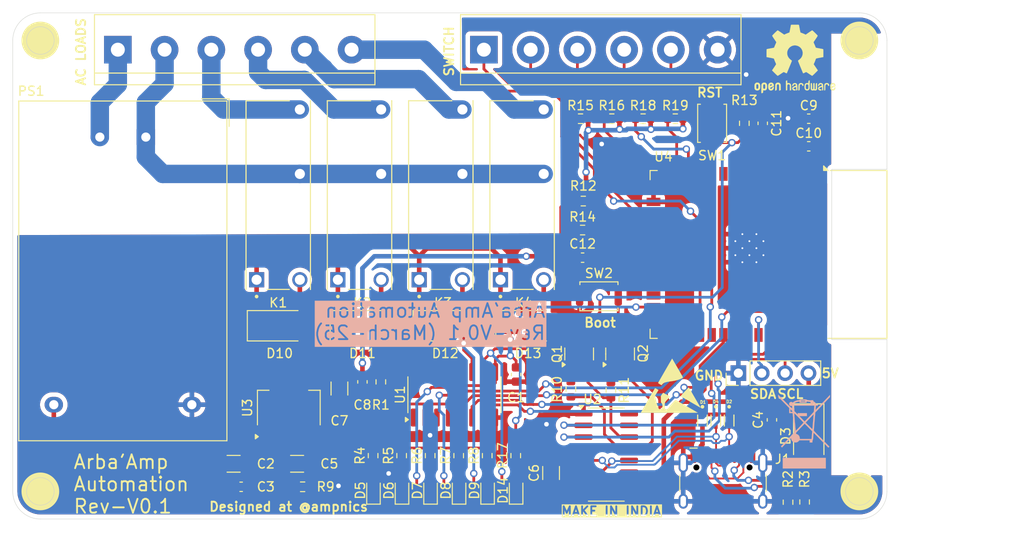
<source format=kicad_pcb>
(kicad_pcb (version 20241229) (generator "pcbnew") (generator_version "9.0")
  (layers (0 "F.Cu" signal) (2 "B.Cu" signal) (13 "F.Paste" user) (15 "B.Paste" user) (5 "F.SilkS" user "F.Silkscreen") (7 "B.SilkS" user "B.Silkscreen") (1 "F.Mask" user) (3 "B.Mask" user) (25 "Edge.Cuts" user))
  (net 0 "")
  (net 1 "GND")
  (net 2 "RELAY_5V")
  (net 3 "+5V")
  (net 4 "Net-(U3-VI)")
  (net 5 "Net-(U2-V3)")
  (net 6 "+3V3")
  (net 7 "ESP_3V3")
  (net 8 "EN")
  (net 9 "IO0")
  (net 10 "VBUS")
  (net 11 "D+")
  (net 12 "D-")
  (net 13 "Net-(D5-A)")
  (net 14 "Net-(D6-A)")
  (net 15 "RELAY_1")
  (net 16 "RELAY_2")
  (net 17 "Net-(D7-A)")
  (net 18 "RELAY_3")
  (net 19 "Net-(D8-A)")
  (net 20 "RELAY_4")
  (net 21 "Net-(D9-A)")
  (net 22 "Net-(D14-A)")
  (net 24 "Net-(J1-CC1)")
  (net 26 "Net-(J1-CC2)")
  (net 27 "Net-(J2-Pin_5)")
  (net 28 "Net-(J2-Pin_4)")
  (net 29 "Net-(J2-Pin_3)")
  (net 30 "N")
  (net 31 "Net-(J2-Pin_6)")
  (net 32 "P")
  (net 33 "SWITCH_1{slash}IO13")
  (net 34 "EXTRA{slash}IO17")
  (net 35 "SWITCH_2{slash}IO12")
  (net 36 "SWITCH_4{slash}IO14")
  (net 37 "SWITCH_3{slash}IO27")
  (net 38 "SCL")
  (net 39 "SDA")
  (net 40 "Net-(Q1-B)")
  (net 41 "RTS")
  (net 42 "DTR")
  (net 43 "Net-(Q2-B)")
  (net 44 "+3.3V")
  (net 45 "LED{slash}IO2")
  (net 46 "SIG_2{slash}IO23")
  (net 48 "SIG_3{slash}IO19")
  (net 51 "SIG_4{slash}IO18")
  (net 52 "SIG_1{slash}IO25")
  (net 57 "RXD")
  (net 64 "TXD")
  (footprint "Resistor_SMD:R_0603_1608Metric" (layer "F.Cu") (at 129.16 132.6125 90)
    (property "Reference" "R4")
    (property "Value" "2K2")
  )
  (footprint "LED_SMD:LED_0603_1608Metric" (layer "F.Cu") (at 141.6 136.4 90)
    (property "Reference" "D9")
    (property "Value" "LED")
  )
  (footprint "HF46F_005-HS1:RELAY_HF46F_005-HS1" (layer "F.Cu") (at 136.516667 104.3 90)
    (property "Reference" "K3")
    (property "Value" "HF46F_005-HS1")
  )
  (footprint "Package_TO_SOT_SMD:SOT-23" (layer "F.Cu") (at 151.55 121.5625 90)
    (property "Reference" "Q1")
    (property "Value" "SS8050")
  )
  (footprint "TerminalBlock:TerminalBlock_bornier-6_P5.08mm" (layer "F.Cu") (at 101.42 88.5)
    (property "Reference" "J2" (hide yes))
    (property "Value" "Screw_Terminal_01x06")
  )
  (footprint "Diode_SMD:D_SMA" (layer "F.Cu") (at 146 118.5)
    (property "Reference" "D13")
    (property "Value" "SS34")
  )
  (footprint "Resistor_SMD:R_0603_1608Metric" (layer "F.Cu") (at 121.5 136)
    (property "Reference" "R9")
    (property "Value" "0E")
  )
  (footprint "Capacitor_SMD:C_0603_1608Metric" (layer "F.Cu") (at 172.5 128.725 -90)
    (property "Reference" "C4")
    (property "Value" "10uF/25V")
  )
  (footprint "Diode_SMD:D_SMA" (layer "F.Cu") (at 137 118.5)
    (property "Reference" "D12")
    (property "Value" "SS34")
  )
  (footprint "LED_SMD:LED_0603_1608Metric" (layer "F.Cu") (at 129.2 136.4 90)
    (property "Reference" "D5")
    (property "Value" "LED")
  )
  (footprint "Capacitor_SMD:C_0603_1608Metric" (layer "F.Cu") (at 176.5 99)
    (property "Reference" "C10")
    (property "Value" "0.1uf")
  )
  (footprint "LED_SMD:LED_0603_1608Metric" (layer "F.Cu") (at 144.7 136.4 90)
    (property "Reference" "D14")
    (property "Value" "LED")
  )
  (footprint "Button_Switch_SMD:SW_Push_SPST_NO_Alps_SKRK" (layer "F.Cu") (at 153.7 115.3)
    (property "Reference" "SW2")
    (property "Value" "SW_Push")
  )
  (footprint "Resistor_SMD:R_0603_1608Metric" (layer "F.Cu") (at 130 124.6 90)
    (property "Reference" "R1")
    (property "Value" "0E")
  )
  (footprint "Capacitor_SMD:C_1206_3216Metric" (layer "F.Cu") (at 120.9 133.5 180)
    (property "Reference" "C5")
    (property "Value" "10uF")
  )
  (footprint "LESD5D5.0CT1G:TVS_LESD5D5.0CT1G" (layer "F.Cu") (at 166.4 128.8 -90)
    (property "Reference" "D4")
    (property "Value" "LESD5D5.0CT1G")
  )
  (footprint "Button_Switch_SMD:SW_Push_SPST_NO_Alps_SKRK" (layer "F.Cu") (at 166 96.5 -90)
    (property "Reference" "SW1")
    (property "Value" "SW_Push")
  )
  (footprint "LED_SMD:LED_0603_1608Metric" (layer "F.Cu") (at 135.4 136.4 90)
    (property "Reference" "D7")
    (property "Value" "LED")
  )
  (footprint "Capacitor_SMD:C_1206_3216Metric" (layer "F.Cu") (at 148.5 134.5 90)
    (property "Reference" "C6")
    (property "Value" "10nf")
  )
  (footprint "Connector_USB:USB_C_Receptacle_HCTL_HC-TYPE-C-16P-01A" (layer "F.Cu") (at 167.18 136.5)
    (property "Reference" "J1")
    (property "Value" "USB_C_Receptacle_USB2.0_16P")
  )
  (footprint "Resistor_SMD:R_0603_1608Metric" (layer "F.Cu") (at 158.5 96)
    (property "Reference" "R18")
    (property "Value" "10K")
  )
  (footprint "LED_SMD:LED_0603_1608Metric" (layer "F.Cu") (at 132.3 136.4 90)
    (property "Reference" "D6")
    (property "Value" "LED")
  )
  (footprint "Resistor_SMD:R_0603_1608Metric" (layer "F.Cu") (at 141.56 132.6125 90)
    (property "Reference" "R8")
    (property "Value" "2K2")
  )
  (footprint "Capacitor_SMD:C_0603_1608Metric" (layer "F.Cu") (at 144.7 123.8 -90)
    (property "Reference" "C1")
    (property "Value" "0.1uF")
  )
  (footprint "Resistor_SMD:R_0603_1608Metric" (layer "F.Cu") (at 176.05 137.65 -90)
    (property "Reference" "R3")
    (property "Value" "5.1K")
  )
  (footprint "Capacitor_SMD:C_1206_3216Metric" (layer "F.Cu") (at 114 133.5)
    (property "Reference" "C2")
    (property "Value" "10uF")
  )
  (footprint "Converter_ACDC:Converter_ACDC_Hi-Link_HLK-PMxx" (layer "F.Cu") (at 104.4625 97.9975 -90)
    (property "Reference" "PS1")
    (property "Value" "HLK-PM01")
  )
  (footprint "Capacitor_SMD:C_0603_1608Metric" (layer "F.Cu") (at 128 124.6 -90)
    (property "Reference" "C8")
    (property "Value" "0.1uF")
  )
  (footprint "LESD5D5.0CT1G:TVS_LESD5D5.0CT1G" (layer "F.Cu") (at 167.85 128.8 -90)
    (property "Reference" "D2")
    (property "Value" "LESD5D5.0CT1G")
  )
  (footprint "LESD5D5.0CT1G:TVS_LESD5D5.0CT1G" (layer "F.Cu") (at 164.95 128.8 -90)
    (property "Reference" "D1")
    (property "Value" "LESD5D5.0CT1G")
  )
  (footprint "Package_SO:SOIC-16_3.9x9.9mm_P1.27mm" (layer "F.Cu") (at 154.5 132.5)
    (property "Reference" "U2")
    (property "Value" "CH340C")
  )
  (footprint "Capacitor_SMD:C_0603_1608Metric" (layer "F.Cu") (at 171.5 96.5 90)
    (property "Reference" "C11")
    (property "Value" "0.1uf")
  )
  (footprint "Symbol:ESD-Logo_6.6x6mm_SilkScreen" (layer "F.Cu") (at 161.5 125)
    (property "Reference" "REF**" (hide yes))
    (property "Value" "ESD-Logo_6.6x6mm_SilkScreen" (hide yes))
  )
  (footprint "Resistor_SMD:R_0603_1608Metric" (layer "F.Cu") (at 152 104.95)
    (property "Reference" "R12")
    (property "Value" "0E")
  )
  (footprint "Resistor_SMD:R_0603_1608Metric" (layer "F.Cu") (at 138.46 132.6125 90)
    (property "Reference" "R7")
    (property "Value" "2K2")
  )
  (footprint "Resistor_SMD:R_0603_1608Metric" (layer "F.Cu") (at 155.1 96)
    (property "Reference" "R16")
    (property "Value" "10K")
  )
  (footprint "Capacitor_SMD:C_0603_1608Metric" (layer "F.Cu") (at 176.5 96)
    (property "Reference" "C9")
    (property "Value" "0.1uf")
  )
  (footprint "Capacitor_SMD:C_1206_3216Metric" (layer "F.Cu") (at 125.5 125.32 -90)
    (property "Reference" "C7")
    (property "Value" "10uF")
  )
  (footprint "Connector_PinHeader_2.54mm:PinHeader_1x04_P2.54mm_Vertical" (layer "F.Cu") (at 168.85 123.65 90)
    (property "Reference" "J4" (hide yes))
    (property "Value" "Conn_01x04_Pin")
  )
  (footprint "Resistor_SMD:R_0603_1608Metric" (layer "F.Cu") (at 135.36 132.6125 90)
    (property "Reference" "R6")
    (property "Value" "2K2")
  )
  (footprint "Resistor_SMD:R_0603_1608Metric" (layer "F.Cu") (at 150.65 125.4 -90)
    (property "Reference" "R10")
    (property "Value" "10k")
  )
  (footprint "Diode_SMD:D_SMA" (layer "F.Cu") (at 119 118.5)
    (property "Reference" "D10")
    (property "Value" "SS34")
  )
  (footprint "Package_TO_SOT_SMD:SOT-23" (layer "F.Cu") (at 156 121.5625 90)
    (property "Reference" "Q2")
    (property "Value" "SS8050")
  )
  (footprint "Capacitor_SMD:C_0603_1608Metric" (layer "F.Cu") (at 114.82 136)
    (property "Reference" "C3")
    (property "Value" "0.1uF")
  )
  (footprint "Resistor_SMD:R_0603_1608Metric" (layer "F.Cu") (at 144.66 132.6125 90)
    (property "Reference" "R17")
    (property "Value" "2K2")
  )
  (footprint "Resistor_SMD:R_0603_1608Metric" (layer "F.Cu") (at 151.7 96)
    (property "Reference" "R15")
    (property "Value" "10K")
  )
  (footprint "HF46F_005-HS1:RELAY_HF46F_005-HS1" (layer "F.Cu") (at 127.683333 104.3 90)
    (property "Reference" "K2")
    (property "Value" "HF46F_005-HS1")
  )
  (footprint "HF46F_005-HS1:RELAY_HF46F_005-HS1" (layer "F.Cu") (at 118.85 104.3 90)
    (property "Reference" "K1")
    (property "Value" "HF46F_005-HS1")
  )
  (footprint "Package_SO:SOIC-16_3.9x9.9mm_P1.27mm" (layer "F.Cu") (at 138 126 90)
    (property "Reference" "U1")
    (property "Value" "ULN2003A")
  )
  (footprint "LED_SMD:LED_0603_1608Metric" (layer "F.Cu") (at 138.5 136.4 90)
    (property "Reference" "D8")
    (property "Value" "LED")
  )
  (footprint "Capacitor_SMD:C_0603_1608Metric" (layer "F.Cu") (at 151.925 111.1 180)
    (property "Reference" "C12")
    (property "Value" "0.1uf")
  )
  (footprint "TerminalBlock:TerminalBlock_bornier-6_P5.08mm" (layer "F.Cu") (at 141.2 88.5)
    (property "Reference" "J3" (hide yes))
    (property "Value" "Screw_Terminal_01x06")
  )
  (footprint "Package_TO_SOT_SMD:SOT-223-3_TabPin2" (layer "F.Cu") (at 120 127.42 90)
    (property "Reference" "U3")
    (property "Value" "AMS1117-3.3")
  )
  (footprint "Resistor_SMD:R_0603_1608Metric" (layer "F.Cu") (at 151.925 108.1)
    (property "Reference" "R14")
    (property "Value" "10k")
  )
  (footprint "Diode_SMD:D_SMA" (layer "F.Cu") (at 176.5 130.5 -90)
    (property "Reference" "D3")
    (property "Value" "SS34")
  )
  (footprint "Resistor_SMD:R_0603_1608Metric" (layer "F.Cu") (at 132.26 132.6125 90)
    (property "Reference" "R5")
    (property "Value" "2K2")
  )
  (footprint "HF46F_005-HS1:RELAY_HF46F_005-HS1" (layer "F.Cu") (at 145.35 104.3 90)
    (property "Reference" "K4")
    (property "Value" "HF46F_005-HS1")
  )
  (footprint "RF_Module:ESP32-WROOM-32" (layer "F.Cu") (at 169.14 110.75 -90)
    (property "Reference" "U4")
    (property "Value" "ESP32-WROOM-32")
  )
  (footprint "Symbol:OSHW-Logo2_9.8x8mm_SilkScreen" (layer "F.Cu") (at 175 89.5)
    (property "Reference" "REF**" (hide yes))
    (property "Value" "OSHW-Logo2_9.8x8mm_SilkScreen" (hide yes))
  )
  (footprint "Resistor_SMD:R_0603_1608Metric" (layer "F.Cu") (at 169.5 96.5 -90)
    (property "Reference" "R13")
    (property "Value" "10K")
  )
  (footprint "Resistor_SMD:R_0603_1608Metric" (layer "F.Cu") (at 162 96)
    (property "Reference" "R19")
    (property "Value" "10K")
  )
  (footprint "Resistor_SMD:R_0603_1608Metric" (layer "F.Cu") (at 174.25 137.675 -90)
    (property "Reference" "R2")
    (property "Value" "5.1K")
  )
  (footprint "Diode_SMD:D_SMA" (layer "F.Cu") (at 128 118.5)
    (property "Reference" "D11")
    (property "Value" "SS34")
  )
  (footprint "Resistor_SMD:R_0603_1608Metric" (layer "F.Cu") (at 155 125.5 -90)
    (property "Reference" "R11")
    (property "Value" "10k")
  )
  (footprint "Symbol:WEEE-Logo_5.6x8mm_SilkScreen" (layer "B.Cu") (at 176 130 180)
    (property "Reference" "REF**" (hide yes))
    (property "Value" "WEEE-Logo_5.6x8mm_SilkScreen" (hide yes))
  )
  (gr_circle (center 93 136.5) (end 95 136.5) (stroke (width 0.1)) (fill yes) (layer "F.SilkS"))
  (gr_circle (center 182 87.5) (end 184 87.5) (stroke (width 0.1)) (fill yes) (layer "F.SilkS"))
  (gr_circle (center 182 136.5) (end 184 136.5) (stroke (width 0.1)) (fill yes) (layer "F.SilkS"))
  (gr_circle (center 93 87.5) (end 95 87.5) (stroke (width 0.1)) (fill yes) (layer "F.SilkS"))
  (gr_line (start 93 139.5) (end 182 139.5) (stroke (width 0.05)) (layer "Edge.Cuts"))
  (gr_arc (start 185 136.5) (mid 184.12132 138.62132) (end 182 139.5) (stroke (width 0.05)) (layer "Edge.Cuts"))
  (gr_arc (start 182 84.5) (mid 184.12132 85.37868) (end 185 87.5) (stroke (width 0.05)) (layer "Edge.Cuts"))
  (gr_arc (start 90 87.5) (mid 90.87868 85.37868) (end 93 84.5) (stroke (width 0.05)) (layer "Edge.Cuts"))
  (gr_line (start 185 87.5) (end 185 101.5) (stroke (width 0.05)) (layer "Edge.Cuts"))
  (gr_line (start 93 84.5) (end 182 84.5) (stroke (width 0.05)) (layer "Edge.Cuts"))
  (gr_circle (center 93 136.5) (end 94.5 136.5) (stroke (width 0.05)) (fill no) (layer "Edge.Cuts"))
  (gr_arc (start 93 139.5) (mid 90.87868 138.62132) (end 90 136.5) (stroke (width 0.05)) (layer "Edge.Cuts"))
  (gr_circle (center 182 87.5) (end 183.5 87.5) (stroke (width 0.05)) (fill no) (layer "Edge.Cuts"))
  (gr_line (start 185 101.5) (end 179 101.5) (stroke (width 0.05)) (layer "Edge.Cuts"))
  (gr_line (start 185 120) (end 185 136.5) (stroke (width 0.05)) (layer "Edge.Cuts"))
  (gr_circle (center 93 87.5) (end 94.5 87.5) (stroke (width 0.05)) (fill no) (layer "Edge.Cuts"))
  (gr_circle (center 182 136.5) (end 183.5 136.5) (stroke (width 0.05)) (fill no) (layer "Edge.Cuts"))
  (gr_line (start 90 87.5) (end 90 136.5) (stroke (width 0.05)) (layer "Edge.Cuts"))
  (gr_line (start 179 101.5) (end 179 120) (stroke (width 0.05)) (layer "Edge.Cuts"))
  (gr_line (start 179 120) (end 185 120) (stroke (width 0.05)) (layer "Edge.Cuts"))
  (gr_text "AC LOADS" (at 98 92.5 90) (layer "F.SilkS") (effects (font (size 1 1) (thickness 0.2) (bold yes)) (justify left bottom)))
  (gr_text "MAKE IN INDIA" (at 149.5 139.25 0) (layer "F.SilkS" knockout) (effects (font (size 1 1) (thickness 0.2) (bold yes)) (justify left bottom)))
  (gr_text "SDA\n" (at 170 126.5 0) (layer "F.SilkS") (effects (font (size 1 1) (thickness 0.2) (bold yes)) (justify left bottom)))
  (gr_text "SCL" (at 173 126.5 0) (layer "F.SilkS") (effects (font (size 1 1) (thickness 0.2) (bold yes)) (justify left bottom)))
  (gr_text "Designed at @ampnics" (at 111.25 138.75 0) (layer "F.SilkS") (effects (font (size 1 1) (thickness 0.2) (bold yes)) (justify left bottom)))
  (gr_text "RST" (at 164.25 93.75 0) (layer "F.SilkS") (effects (font (size 1 1) (thickness 0.2) (bold yes)) (justify left bottom)))
  (gr_text "GND\n" (at 164 124.5 0) (layer "F.SilkS") (effects (font (size 1 1) (thickness 0.2) (bold yes)) (justify left bottom)))
  (gr_text "5V" (at 177.8 124.25 0) (layer "F.SilkS") (effects (font (size 1 1) (thickness 0.2) (bold yes)) (justify left bottom)))
  (gr_text "Arba'Amp\nAutomation \nRev-V0.1" (at 96.5 139 0) (layer "F.SilkS") (effects (font (size 1.5 1.5) (thickness 0.2) (bold yes)) (justify left bottom)))
  (gr_text "SWITCH" (at 138 91.5 90) (layer "F.SilkS") (effects (font (size 1 1) (thickness 0.2) (bold yes)) (justify left bottom)))
  (gr_text "Boot\n" (at 152 118.75 0) (layer "F.SilkS") (effects (font (size 1 1) (thickness 0.2) (bold yes)) (justify left bottom)))
  (gr_text "Arba'Amp Automation \nRev-V0.1 (March-25)" (at 148 120.15 0) (layer "B.SilkS" knockout) (effects (font (size 1.5 1.5) (thickness 0.2) (bold yes)) (justify left bottom mirror)))
  (via (at 125.4 135.9) (size 0.8) (drill 0.5) (layers "F.Cu" "B.Cu") (net 1))
  (via (at 174.25 95.95) (size 0.8) (drill 0.5) (layers "F.Cu" "B.Cu") (net 1))
  (via (at 130.85 134.55) (size 0.8) (drill 0.5) (layers "F.Cu" "B.Cu") (net 1))
  (via (at 154 98.75) (size 0.8) (drill 0.5) (layers "F.Cu" "B.Cu") (net 1))
  (via (at 169.7 91.2) (size 0.8) (drill 0.5) (layers "F.Cu" "B.Cu") (net 1))
  (via (at 135.35 130.4) (size 0.8) (drill 0.5) (layers "F.Cu" "B.Cu") (net 1))
  (via (at 148 129.2) (size 0.8) (drill 0.5) (layers "F.Cu" "B.Cu") (net 1))
  (segment (start 125.333333 113.5) (end 125.333333 115.733333) (width 0.5) (layer "F.Cu") (net 2))
  (segment (start 144.075 121.75) (end 144.15 121.75) (width 0.3) (layer "F.Cu") (net 2))
  (segment (start 142.8 121.8) (end 142.445 122.155) (width 0.3) (layer "F.Cu") (net 2))
  (segment (start 142 110.1) (end 135 110.1) (width 0.5) (layer "F.Cu") (net 2))
  (segment (start 116.5 113.5) (end 116.5 115.6) (width 0.5) (layer "F.Cu") (net 2))
  (segment (start 116.5 115.6) (end 117 116.1) (width 0.5) (layer "F.Cu") (net 2))
  (segment (start 117 116.1) (end 117 118.5) (width 0.5) (layer "F.Cu") (net 2))
  (segment (start 126.5 109.9) (end 133.133334 109.9) (width 0.5) (layer "F.Cu") (net 2))
  (segment (start 142.445 124.705) (end 142.445 123.525) (width 0.3) (layer "F.Cu") (net 2))
  (segment (start 134.166667 115.666667) (end 135 116.5) (width 0.5) (layer "F.Cu") (net 2))
  (segment (start 126 116.4) (end 126 118.5) (width 0.5) (layer "F.Cu") (net 2))
  (segment (start 137.15 127) (end 139.15 125) (width 0.3) (layer "F.Cu") (net 2))
  (segment (start 139.15 125) (end 142.15 125) (width 0.3) (layer "F.Cu") (net 2))
  (segment (start 125.333333 113.5) (end 125.333333 111.066667) (width 0.5) (layer "F.Cu") (net 2))
  (segment (start 132.26 131.7875) (end 132.26 127.49) (width 0.3) (layer "F.Cu") (net 2))
  (segment (start 132.26 127.49) (end 132.75 127) (width 0.3) (layer "F.Cu") (net 2))
  (segment (start 130 123.775) (end 130.825 123.775) (width 0.5) (layer "F.Cu") (net 2))
  (segment (start 130.825 123.775) (end 131.8 124.75) (width 0.5) (layer "F.Cu") (net 2))
  (segment (start 144.7 122.3) (end 144.7 123.025) (width 0.3) (layer "F.Cu") (net 2))
  (segment (start 135 110.1) (end 134.166667 110.933333) (width 0.5) (layer "F.Cu") (net 2))
  (segment (start 142.445 122.155) (end 142.445 123.525) (width 0.3) (layer "F.Cu") (net 2))
  (segment (start 132.75 127) (end 137.15 127) (width 0.3) (layer "F.Cu") (net 2))
  (segment (start 117.6 109.9) (end 124.166666 109.9) (width 0.5) (layer "F.Cu") (net 2))
  (segment (start 143 115.6) (end 143 113.5) (width 0.5) (layer "F.Cu") (net 2))
  (segment (start 143 113.5) (end 143 111.1) (width 0.5) (layer "F.Cu") (net 2))
  (segment (start 134.166667 113.5) (end 134.166667 115.666667) (width 0.5) (layer "F.Cu") (net 2))
  (segment (start 142.15 125) (end 142.445 124.705) (width 0.3) (layer "F.Cu") (net 2))
  (segment (start 135 116.5) (end 135 118.5) (width 0.5) (layer "F.Cu") (net 2))
  (segment (start 144.025 121.8) (end 142.8 121.8) (width 0.3) (layer "F.Cu") (net 2))
  (segment (start 125.333333 111.066667) (end 126.5 109.9) (width 0.5) (layer "F.Cu") (net 2))
  (segment (start 133.133334 109.9) (end 134.166667 110.933333) (width 0.5) (layer "F.Cu") (net 2))
  (segment (start 116.5 111) (end 117.6 109.9) (width 0.5) (layer "F.Cu") (net 2))
  (segment (start 131.8 124.75) (end 131.8 127.03) (width 0.5) (layer "F.Cu") (net 2))
  (segment (start 143 111.1) (end 142 110.1) (width 0.5) (layer "F.Cu") (net 2))
  (segment (start 144.05 120) (end 144 119.95) (width 0.5) (layer "F.Cu") (net 2))
  (segment (start 124.166666 109.9) (end 125.333333 111.066667) (width 0.5) (layer "F.Cu") (net 2))
  (segment (start 144.15 121.75) (end 144.7 122.3) (width 0.3) (layer "F.Cu") (net 2))
  (segment (start 144 116.6) (end 143 115.6) (width 0.5) (layer "F.Cu") (net 2))
  (segment (start 144 119.95) (end 144 116.6) (width 0.5) (layer "F.Cu") (net 2))
  (segment (start 132.26 131.7875) (end 141.56 131.7875) (width 0.3) (layer "F.Cu") (net 2))
  (segment (start 116.5 113.5) (end 116.5 111) (width 0.5) (layer "F.Cu") (net 2))
  (segment (start 144.075 121.75) (end 144.025 121.8) (width 0.3) (layer "F.Cu") (net 2))
  (segment (start 134.166667 110.933333) (end 134.166667 113.5) (width 0.5) (layer "F.Cu") (net 2))
  (segment (start 125.333333 115.733333) (end 126 116.4) (width 0.5) (layer "F.Cu") (net 2))
  (segment (start 131.8 127.03) (end 132.26 127.49) (width 0.5) (layer "F.Cu") (net 2))
  (via (at 144.075 121.75) (size 0.8) (drill 0.5) (layers "F.Cu" "B.Cu") (net 2))
  (via (at 144.05 120) (size 0.8) (drill 0.5) (layers "F.Cu" "B.Cu") (net 2))
  (segment (start 144.075 121.75) (end 144.075 121.675) (width 0.5) (layer "B.Cu") (net 2))
  (segment (start 144.05 121.65) (end 144.05 120) (width 0.5) (layer "B.Cu") (net 2))
  (segment (start 144.075 121.675) (end 144.05 121.65) (width 0.5) (layer "B.Cu") (net 2))
  (segment (start 128.35 138.55) (end 126.7 136.9) (width 0.5) (layer "F.Cu") (net 3))
  (segment (start 169.05 126.75) (end 162.7 126.75) (width 0.5) (layer "F.Cu") (net 3))
  (segment (start 172.5 127.95) (end 170.25 127.95) (width 0.5) (layer "F.Cu") (net 3))
  (segment (start 175.25 128.5) (end 176.5 128.5) (width 0.5) (layer "F.Cu") (net 3))
  (segment (start 126.7 136.9) (end 125.7 137.9) (width 0.5) (layer "F.Cu") (net 3))
  (segment (start 172.5 127.95) (end 174.7 127.95) (width 0.5) (layer "F.Cu") (net 3))
  (segment (start 94.4625 131.2625) (end 96.7 133.5) (width 0.5) (layer "F.Cu") (net 3))
  (segment (start 129.16 128.24) (end 130 127.4) (width 0.5) (layer "F.Cu") (net 3))
  (segment (start 160.75 128.7) (end 160.75 137.3) (width 0.5) (layer "F.Cu") (net 3))
  (segment (start 162.7 126.75) (end 160.75 128.7) (width 0.5) (layer "F.Cu") (net 3))
  (segment (start 112.525 135.525) (end 113 136) (width 0.5) (layer "F.Cu") (net 3))
  (segment (start 129.16 131.7875) (end 128.0125 131.7875) (width 0.5) (layer "F.Cu") (net 3))
  (segment (start 174.7 127.95) (end 175.25 128.5) (width 0.5) (layer "F.Cu") (net 3))
  (segment (start 130 127.4) (end 130 125.425) (width 0.5) (layer "F.Cu") (net 3))
  (segment (start 125.7 137.9) (end 121.3 137.9) (width 0.5) (layer "F.Cu") (net 3))
  (segment (start 113 136) (end 114.045 136) (width 0.5) (layer "F.Cu") (net 3))
  (segment (start 112.525 133.5) (end 112.525 135.525) (width 0.5) (layer "F.Cu") (net 3))
  (segment (start 129.16 131.7875) (end 129.16 128.24) (width 0.5) (layer "F.Cu") (net 3))
  (segment (start 120.15 137.8) (end 120.675 137.275) (width 0.5) (layer "F.Cu") (net 3))
  (segment (start 114.5 137.8) (end 120.15 137.8) (width 0.5) (layer "F.Cu") (net 3))
  (segment (start 120.675 137.275) (end 120.675 136) (width 0.5) (layer "F.Cu") (net 3))
  (segment (start 176.5 128.5) (end 176.5 123.68) (width 0.5) (layer "F.Cu") (net 3))
  (segment (start 94.4625 127.0775) (end 94.4625 131.2625) (width 0.5) (layer "F.Cu") (net 3))
  (segment (start 128.0125 131.7875) (end 126.7 133.1) (width 0.5) (layer "F.Cu") (net 3))
  (segment (start 96.7 133.5) (end 112.525 133.5) (width 0.5) (layer "F.Cu") (net 3))
  (segment (start 176.5 123.68) (end 176.47 123.65) (width 0.5) (layer "F.Cu") (net 3))
  (segment (start 114.045 137.345) (end 114.5 137.8) (width 0.5) (layer "F.Cu") (net 3))
  (segment (start 121.3 137.9) (end 120.675 137.275) (width 0.5) (layer "F.Cu") (net 3))
  (segment (start 114.045 136) (end 114.045 137.345) (width 0.5) (layer "F.Cu") (net 3))
  (segment (start 126.7 133.1) (end 126.7 136.9) (width 0.5) (layer "F.Cu") (net 3))
  (segment (start 160.75 137.3) (end 159.5 138.55) (width 0.5) (layer "F.Cu") (net 3))
  (segment (start 170.25 127.95) (end 169.05 126.75) (width 0.5) (layer "F.Cu") (net 3))
  (segment (start 159.5 138.55) (end 128.35 138.55) (width 0.5) (layer "F.Cu") (net 3))
  (segment (start 122.3 130.57) (end 122.3 133.425) (width 0.5) (layer "F.Cu") (net 4))
  (segment (start 122.325 133.55) (end 122.375 133.5) (width 0.5) (layer "F.Cu") (net 4))
  (segment (start 122.325 136) (end 122.325 133.55) (width 0.5) (layer "F.Cu") (net 4))
  (segment (start 122.3 133.425) (end 122.375 133.5) (width 0.5) (layer "F.Cu") (net 4))
  (segment (start 148.935 131.865) (end 148.5 132.3) (width 0.5) (layer "F.Cu") (net 5))
  (segment (start 152.025 131.865) (end 148.935 131.865) (width 0.5) (layer "F.Cu") (net 5))
  (segment (start 148.5 132.3) (end 148.5 133.025) (width 0.5) (layer "F.Cu") (net 5))
  (segment (start 122.87 124.27) (end 120 124.27) (width 0.5) (layer "F.Cu") (net 6))
  (segment (start 149.65 109.25) (end 149.65 109.8) (width 0.5) (layer "F.Cu") (net 6))
  (segment (start 123.255 123.845) (end 122.85 124.25) (width 0.5) (layer "F.Cu") (net 6))
  (segment (start 122.85 124.25) (end 122.87 124.27) (width 0.5) (layer "F.Cu") (net 6))
  (segment (start 120 130.57) (end 120 124.27) (width 0.5) (layer "F.Cu") (net 6))
  (segment (start 149.65 105.65) (end 149.65 109.25) (width 0.5) (layer "F.Cu") (net 6))
  (segment (start 149.85 105.45) (end 149.65 105.65) (width 0.5) (layer "F.Cu") (net 6))
  (segment (start 149.65 109.8) (end 148.7 110.75) (width 0.5) (layer "F.Cu") (net 6))
  (segment (start 148.5 110.95) (end 145.8 110.95) (width 0.5) (layer "F.Cu") (net 6))
  (segment (start 127.98 123.845) (end 128 123.825) (width 0.5) (layer "F.Cu") (net 6))
  (segment (start 148.7 110.75) (end 148.5 110.95) (width 0.5) (layer "F.Cu") (net 6))
  (segment (start 150.35 104.95) (end 149.85 105.45) (width 0.5) (layer "F.Cu") (net 6))
  (segment (start 128 123.825) (end 128 122.55) (width 0.5) (layer "F.Cu") (net 6))
  (segment (start 125.5 123.845) (end 123.255 123.845) (width 0.5) (layer "F.Cu") (net 6))
  (segment (start 151.175 104.95) (end 150.35 104.95) (width 0.5) (layer "F.Cu") (net 6))
  (segment (start 125.5 123.845) (end 127.98 123.845) (width 0.5) (layer "F.Cu") (net 6))
  (via (at 128 122.55) (size 0.8) (drill 0.5) (layers "F.Cu" "B.Cu") (net 6))
  (via (at 145.8 110.95) (size 0.8) (drill 0.5) (layers "F.Cu" "B.Cu") (net 6))
  (segment (start 129.3 110.95) (end 145.8 110.95) (width 0.5) (layer "B.Cu") (net 6))
  (segment (start 128 122.55) (end 128 112.25) (width 0.5) (layer "B.Cu") (net 6))
  (segment (start 128 112.25) (end 129.3 110.95) (width 0.5) (layer "B.Cu") (net 6))
  (segment (start 152.3 102.7) (end 152.3 101.8) (width 0.5) (layer "F.Cu") (net 7))
  (segment (start 159.325 97.125) (end 159.35 97.15) (width 0.5) (layer "F.Cu") (net 7))
  (segment (start 152.525 97.225) (end 152.55 97.25) (width 0.5) (layer "F.Cu") (net 7))
  (segment (start 155.925 97.125) (end 155.95 97.15) (width 0.5) (layer "F.Cu") (net 7))
  (segment (start 162.825 96) (end 162.825 97.1) (width 0.5) (layer "F.Cu") (net 7))
  (segment (start 151.1 107.05) (end 152.825 105.325) (width 0.5) (layer "F.Cu") (net 7))
  (segment (start 176.12 100.52) (end 175.725 100.125) (width 0.5) (layer "F.Cu") (net 7))
  (segment (start 168 96) (end 162.825 96) (width 0.5) (layer "F.Cu") (net 7))
  (segment (start 170 93.1) (end 169.5 93.6) (width 0.5) (layer "F.Cu") (net 7))
  (segment (start 169.5 93.6) (end 169.5 95.675) (width 0.5) (layer "F.Cu") (net 7))
  (segment (start 175.725 100.125) (end 175.725 99) (width 0.5) (layer "F.Cu") (net 7))
  (segment (start 175.725 96) (end 175.725 94.275) (width 0.5) (layer "F.Cu") (net 7))
  (segment (start 168.3 95.7) (end 168 96) (width 0.5) (layer "F.Cu") (net 7))
  (segment (start 174.55 93.1) (end 170 93.1) (width 0.5) (layer "F.Cu") (net 7))
  (segment (start 169.5 95.675) (end 169.475 95.7) (width 0.5) (layer "F.Cu") (net 7))
  (segment (start 151.1 108.1) (end 151.1 107.05) (width 0.5) (layer "F.Cu") (net 7))
  (segment (start 152.825 104.95) (end 152.825 103.225) (width 0.5) (layer "F.Cu") (net 7))
  (segment (start 152.5 102.9) (end 152.3 102.7) (width 0.5) (layer "F.Cu") (net 7))
  (segment (start 152.825 105.325) (end 152.825 104.95) (width 0.5) (layer "F.Cu") (net 7))
  (segment (start 175.725 94.275) (end 174.55 93.1) (width 0.5) (layer "F.Cu") (net 7))
  (segment (start 176.12 102) (end 176.12 100.52) (width 0.5) (layer "F.Cu") (net 7))
  (segment (start 152.825 103.225) (end 152.5 102.9) (width 0.5) (layer "F.Cu") (net 7))
  (segment (start 152.525 96) (end 152.525 97.225) (width 0.5) (layer "F.Cu") (net 7))
  (segment (start 175.725 96) (end 175.725 99) (width 0.5) (layer "F.Cu") (net 7))
  (segment (start 169.475 95.7) (end 168.3 95.7) (width 0.5) (layer "F.Cu") (net 7))
  (segment (start 159.35 97.15) (end 159.6 97.15) (width 0.3) (layer "F.Cu") (net 7))
  (segment (start 155.925 96) (end 155.925 97.125) (width 0.5) (layer "F.Cu") (net 7))
  (segment (start 159.325 96) (end 159.325 97.125) (width 0.5) (layer "F.Cu") (net 7))
  (via (at 162.825 97.1) (size 0.8) (drill 0.5) (layers "F.Cu" "B.Cu") (net 7))
  (via (at 152.3 101.8) (size 0.8) (drill 0.5) (layers "F.Cu" "B.Cu") (net 7))
  (via (at 155.95 97.15) (size 0.8) (drill 0.5) (layers "F.Cu" "B.Cu") (net 7))
  (via (at 152.55 97.25) (size 0.8) (drill 0.5) (layers "F.Cu" "B.Cu") (net 7))
  (via (at 159.35 97.15) (size 0.8) (drill 0.5) (layers "F.Cu" "B.Cu") (net 7))
  (segment (start 156.65 97.25) (end 156.801 97.099) (width 0.5) (layer "B.Cu") (net 7))
  (segment (start 155.5 97.25) (end 156.65 97.25) (width 0.5) (layer "B.Cu") (net 7))
  (segment (start 152.55 97.25) (end 155.5 97.25) (width 0.5) (layer "B.Cu") (net 7))
  (segment (start 152.3 101.8) (end 152.3 97.5) (width 0.5) (layer "B.Cu") (net 7))
  (segment (start 158.8 97.099) (end 162.824 97.099) (width 0.5) (layer "B.Cu") (net 7))
  (segment (start 152.3 97.5) (end 152.55 97.25) (width 0.5) (layer "B.Cu") (net 7))
  (segment (start 162.824 97.099) (end 162.825 97.1) (width 0.5) (layer "B.Cu") (net 7))
  (segment (start 159.299 97.099) (end 159.35 97.15) (width 0.5) (layer "B.Cu") (net 7))
  (segment (start 156.801 97.099) (end 158.8 97.099) (width 0.5) (layer "B.Cu") (net 7))
  (segment (start 155.85 97.25) (end 155.95 97.15) (width 0.5) (layer "B.Cu") (net 7))
  (segment (start 155.5 97.25) (end 155.85 97.25) (width 0.5) (layer "B.Cu") (net 7))
  (segment (start 158.8 97.099) (end 159.299 97.099) (width 0.5) (layer "B.Cu") (net 7))
  (segment (start 153.8 117.05) (end 153.8 115.4) (width 0.3) (layer "F.Cu") (net 8))
  (segment (start 169.5 97.9) (end 169.5 97.325) (width 0.3) (layer "F.Cu") (net 8))
  (segment (start 174.85 102) (end 174.85 100.5) (width 0.3) (layer "F.Cu") (net 8))
  (segment (start 172.675 97.325) (end 169.5 97.325) (width 0.3) (layer "F.Cu") (net 8))
  (segment (start 168.15 98.6) (end 168.8 98.6) (width 0.3) (layer "F.Cu") (net 8))
  (segment (start 151.55 120.625) (end 151.55 119.3) (width 0.3) (layer "F.Cu") (net 8))
  (segment (start 151.55 119.3) (end 152.15 118.7) (width 0.3) (layer "F.Cu") (net 8))
  (segment (start 173.7 98.35) (end 172.675 97.325) (width 0.3) (layer "F.Cu") (net 8))
  (segment (start 174.85 100.5) (end 173.7 99.35) (width 0.3) (layer "F.Cu") (net 8))
  (segment (start 152.15 118.7) (end 153.8 117.05) (width 0.3) (layer "F.Cu") (net 8))
  (segment (start 173.7 99.35) (end 173.7 98.35) (width 0.3) (layer "F.Cu") (net 8))
  (segment (start 166 98.6) (end 168.15 98.6) (width 0.3) (layer "F.Cu") (net 8))
  (segment (start 168.8 98.6) (end 169.5 97.9) (width 0.3) (layer "F.Cu") (net 8))
  (via (at 153.8 115.4) (size 0.8) (drill 0.5) (layers "F.Cu" "B.Cu") (net 8))
  (via (at 168.15 98.6) (size 0.8) (drill 0.5) (layers "F.Cu" "B.Cu") (net 8))
  (segment (start 166.05 115.4) (end 153.8 115.4) (width 0.3) (layer "B.Cu") (net 8))
  (segment (start 167.1 114.35) (end 166.05 115.4) (width 0.3) (layer "B.Cu") (net 8))
  (segment (start 167.1 99.65) (end 167.1 114.35) (width 0.3) (layer "B.Cu") (net 8))
  (segment (start 168.15 98.6) (end 167.1 99.65) (width 0.3) (layer "B.Cu") (net 8))
  (segment (start 157.875 120.625) (end 159 119.5) (width 0.3) (layer "F.Cu") (net 9))
  (segment (start 152.75 111.05) (end 152.7 111.1) (width 0.3) (layer "F.Cu") (net 9))
  (segment (start 156 120.625) (end 156 117.6) (width 0.3) (layer "F.Cu") (net 9))
  (segment (start 155.8 117.2) (end 155.8 115.3) (width 0.3) (layer "F.Cu") (net 9))
  (segment (start 152.75 108.1) (end 152.75 111.05) (width 0.3) (layer "F.Cu") (net 9))
  (segment (start 156 120.625) (end 157.875 120.625) (width 0.3) (layer "F.Cu") (net 9))
  (segment (start 159 119.5) (end 160.88 119.5) (width 0.3) (layer "F.Cu") (net 9))
  (segment (start 155.8 111.9) (end 155 111.1) (width 0.3) (layer "F.Cu") (net 9))
  (segment (start 155 111.1) (end 152.7 111.1) (width 0.3) (layer "F.Cu") (net 9))
  (segment (start 155.8 117.4) (end 155.8 117.2) (width 0.3) (layer "F.Cu") (net 9))
  (segment (start 155.8 115.3) (end 155.8 111.9) (width 0.3) (layer "F.Cu") (net 9))
  (segment (start 156 117.6) (end 155.8 117.4) (width 0.3) (layer "F.Cu") (net 9))
  (segment (start 164.78 133.428992) (end 164.966 133.614992) (width 0.2) (layer "F.Cu") (net 10))
  (segment (start 169.394 133.614992) (end 169.58 133.428992) (width 0.2) (layer "F.Cu") (net 10))
  (segment (start 164.966 134.316) (end 165.75 135.1) (width 0.2) (layer "F.Cu") (net 10))
  (segment (start 164.78 132.755) (end 164.78 133.428992) (width 0.2) (layer "F.Cu") (net 10))
  (segment (start 164.95 131.4) (end 164.78 131.57) (width 0.5) (layer "F.Cu") (net 10))
  (segment (start 164.966 133.614992) (end 164.966 134.316) (width 0.2) (layer "F.Cu") (net 10))
  (segment (start 170.1 131.2) (end 169.58 131.72) (width 0.5) (layer "F.Cu") (net 10))
  (segment (start 169.4 134.45) (end 169.394 134.444) (width 0.2) (layer "F.Cu") (net 10))
  (segment (start 174.55 132.5) (end 173.25 131.2) (width 0.5) (layer "F.Cu") (net 10))
  (segment (start 173.25 131.2) (end 170.1 131.2) (width 0.5) (layer "F.Cu") (net 10))
  (segment (start 176.5 132.5) (end 174.55 132.5) (width 0.5) (layer "F.Cu") (net 10))
  (segment (start 165.75 135.1) (end 168.75 135.1) (width 0.2) (layer "F.Cu") (net 10))
  (segment (start 164.78 131.57) (end 164.78 132.755) (width 0.5) (layer "F.Cu") (net 10))
  (segment (start 164.95 129.46) (end 164.95 131.4) (width 0.5) (layer "F.Cu") (net 10))
  (segment (start 169.58 131.72) (end 169.58 132.755) (width 0.5) (layer "F.Cu") (net 10))
  (segment (start 169.394 134.444) (end 169.394 133.614992) (width 0.2) (layer "F.Cu") (net 10))
  (segment (start 169.58 133.428992) (end 169.58 132.755) (width 0.2) (layer "F.Cu") (net 10))
  (segment (start 168.75 135.1) (end 169.4 134.45) (width 0.2) (layer "F.Cu") (net 10))
  (segment (start 152.025 133.135) (end 154.065 133.135) (width 0.3) (layer "F.Cu") (net 11))
  (segment (start 166.93 132.755) (end 166.93 132.07) (width 0.2) (layer "F.Cu") (net 11))
  (segment (start 154.065 133.135) (end 154.1 133.1) (width 0.3) (layer "F.Cu") (net 11))
  (segment (start 167.85 130.55) (end 167.85 129.46) (width 0.2) (layer "F.Cu") (net 11))
  (segment (start 167.662824 131.804) (end 167.93 132.071176) (width 0.2) (layer "F.Cu") (net 11))
  (segment (start 166.93 132.07) (end 167.196 131.804) (width 0.2) (layer "F.Cu") (net 11))
  (segment (start 167.93 132.071176) (end 167.93 132.755) (width 0.2) (layer "F.Cu") (net 11))
  (segment (start 167.662824 131.804) (end 167.85 131.616824) (width 0.2) (layer "F.Cu") (net 11))
  (segment (start 167.196 131.804) (end 167.662824 131.804) (width 0.2) (layer "F.Cu") (net 11))
  (segment (start 167.85 131.616824) (end 167.85 130.55) (width 0.2) (layer "F.Cu") (net 11))
  (via (at 154.065 133.135) (size 0.8) (drill 0.5) (layers "F.Cu" "B.Cu") (net 11))
  (via (at 167.85 130.55) (size 0.8) (drill 0.5) (layers "F.Cu" "B.Cu") (net 11))
  (segment (start 159.931364 133.436834) (end 159.818198 133.55) (width 0.2) (layer "B.Cu") (net 11))
  (segment (start 167.4 131) (end 166.971364 131) (width 0.2) (layer "B.Cu") (net 11))
  (segment (start 159.697902 133.601) (end 155.690364 133.601) (width 0.2) (layer "B.Cu") (net 11))
  (segment (start 161.339112 132.029086) (end 160.879492 132.488705) (width 0.2) (layer "B.Cu") (net 11))
  (segment (start 159.818198 133.55) (end 159.748902 133.55) (width 0.2) (layer "B.Cu") (net 11))
  (segment (start 154.7589 133.901) (end 154.065 133.2071) (width 0.2) (layer "B.Cu") (net 11))
  (segment (start 160.879492 132.488705) (end 160.664875 132.703323) (width 0.2) (layer "B.Cu") (net 11))
  (segment (start 154.065 133.2071) (end 154.065 133.135) (width 0.2) (layer "B.Cu") (net 11))
  (segment (start 155.390364 133.901) (end 154.7589 133.901) (width 0.2) (layer "B.Cu") (net 11))
  (segment (start 155.690364 133.601) (end 155.390364 133.901) (width 0.2) (layer "B.Cu") (net 11))
  (segment (start 167.85 130.55) (end 167.4 131) (width 0.2) (layer "B.Cu") (net 11))
  (segment (start 166.720364 131.251) (end 166.139636 131.251) (width 0.2) (layer "B.Cu") (net 11))
  (segment (start 160.331461 133.036737) (end 159.931364 133.436834) (width 0.2) (layer "B.Cu") (net 11))
  (segment (start 160.664875 132.703323) (end 160.331461 133.036737) (width 0.2) (layer "B.Cu") (net 11))
  (segment (start 162.368198 131) (end 161.339112 132.029086) (width 0.2) (layer "B.Cu") (net 11))
  (segment (start 166.139636 131.251) (end 165.888636 131) (width 0.2) (layer "B.Cu") (net 11))
  (segment (start 165.888636 131) (end 162.368198 131) (width 0.2) (layer "B.Cu") (net 11))
  (segment (start 159.748902 133.55) (end 159.697902 133.601) (width 0.2) (layer "B.Cu") (net 11))
  (segment (start 166.971364 131) (end 166.720364 131.251) (width 0.2) (layer "B.Cu") (net 11))
  (segment (start 166.43 129.49) (end 166.4 129.46) (width 0.2) (layer "F.Cu") (net 12))
  (segment (start 155.1 133.2) (end 155.125 133.225) (width 0.3) (layer "F.Cu") (net 12))
  (segment (start 167.194 133.706) (end 166.697176 133.706) (width 0.2) (layer "F.Cu") (net 12))
  (segment (start 155.125 133.275) (end 153.995 134.405) (width 0.3) (layer "F.Cu") (net 12))
  (segment (start 166.43 132.755) (end 166.43 130.55) (width 0.2) (layer "F.Cu") (net 12))
  (segment (start 155.125 133.225) (end 155.125 133.275) (width 0.3) (layer "F.Cu") (net 12))
  (segment (start 167.43 133.47) (end 167.194 133.706) (width 0.2) (layer "F.Cu") (net 12))
  (segment (start 167.43 132.755) (end 167.43 133.47) (width 0.2) (layer "F.Cu") (net 12))
  (segment (start 166.43 133.438824) (end 166.43 132.755) (width 0.2) (layer "F.Cu") (net 12))
  (segment (start 166.43 130.55) (end 166.43 129.49) (width 0.2) (layer "F.Cu") (net 12))
  (segment (start 153.995 134.405) (end 152.025 134.405) (width 0.3) (layer "F.Cu") (net 12))
  (segment (start 155.125 133.275) (end 154.05 134.35) (width 0.3) (layer "F.Cu") (net 12))
  (segment (start 166.697176 133.706) (end 166.43 133.438824) (width 0.2) (layer "F.Cu") (net 12))
  (via (at 166.43 130.55) (size 0.8) (drill 0.5) (layers "F.Cu" "B.Cu") (net 12))
  (via (at 155.1 133.2) (size 0.8) (drill 0.5) (layers "F.Cu" "B.Cu") (net 12))
  (segment (start 161.414119 131.317683) (end 161.873738 130.858063) (width 0.2) (layer "B.Cu") (net 12))
  (segment (start 160.602813 132.128989) (end 161.414119 131.317683) (width 0.2) (layer "B.Cu") (net 12))
  (segment (start 159.531802 133.2) (end 155.275 133.2) (width 0.2) (layer "B.Cu") (net 12))
  (segment (start 162.080947 130.650855) (end 162.181802 130.55) (width 0.2) (layer "B.Cu") (net 12))
  (segment (start 162.181802 130.55) (end 166.43 130.55) (width 0.2) (layer "B.Cu") (net 12))
  (segment (start 160.258284 132.473518) (end 159.531802 133.2) (width 0.2) (layer "B.Cu") (net 12))
  (segment (start 161.873738 130.858063) (end 162.080947 130.650855) (width 0.2) (layer "B.Cu") (net 12))
  (segment (start 155.275 133.2) (end 155.2 133.275) (width 0.2) (layer "B.Cu") (net 12))
  (segment (start 160.602813 132.128989) (end 160.258284 132.473518) (width 0.2) (layer "B.Cu") (net 12))
  (segment (start 129.2 135.6125) (end 129.2 133.4775) (width 0.3) (layer "F.Cu") (net 13))
  (segment (start 129.2 133.4775) (end 129.16 133.4375) (width 0.3) (layer "F.Cu") (net 13))
  (segment (start 132.3 133.4775) (end 132.26 133.4375) (width 0.3) (layer "F.Cu") (net 14))
  (segment (start 132.3 135.6125) (end 132.3 133.4775) (width 0.3) (layer "F.Cu") (net 14))
  (segment (start 137.365 123.525) (end 137.365 122.365) (width 0.3) (layer "F.Cu") (net 15))
  (segment (start 121 116.7) (end 121 118.5) (width 0.5) (layer "F.Cu") (net 15))
  (segment (start 121.5 120.45) (end 121 119.95) (width 0.3) (layer "F.Cu") (net 15))
  (segment (start 137.365 124.735) (end 136.9 125.2) (width 0.3) (layer "F.Cu") (net 15))
  (segment (start 133.6 136.85) (end 133.9 136.55) (width 0.3) (layer "F.Cu") (net 15))
  (segment (start 137.35 122.05) (end 136.55 121.25) (width 0.3) (layer "F.Cu") (net 15))
  (segment (start 135.5 125.2) (end 135.05 125.65) (width 0.3) (layer "F.Cu") (net 15))
  (segment (start 132.3 137.1875) (end 133.2625 137.1875) (width 0.3) (layer "F.Cu") (net 15))
  (segment (start 121 119.95) (end 121 118.5) (width 0.3) (layer "F.Cu") (net 15))
  (segment (start 133.9 134.8) (end 133.9 134.75) (width 0.3) (layer "F.Cu") (net 15))
  (segment (start 129.45 120.45) (end 121.5 120.45) (width 0.3) (layer "F.Cu") (net 15))
  (segment (start 133.2625 137.1875) (end 133.6 136.85) (width 0.3) (layer "F.Cu") (net 15))
  (segment (start 137.35 122.35) (end 137.35 122.05) (width 0.3) (layer "F.Cu") (net 15))
  (segment (start 130.25 121.25) (end 129.45 120.45) (width 0.3) (layer "F.Cu") (net 15))
  (segment (start 137.365 123.525) (end 137.365 124.735) (width 0.3) (layer "F.Cu") (net 15))
  (segment (start 136.55 121.25) (end 130.25 121.25) (width 0.3) (layer "F.Cu") (net 15))
  (segment (start 133.9 136.55) (end 133.9 134.8) (width 0.3) (layer "F.Cu") (net 15))
  (segment (start 136.9 125.2) (end 135.5 125.2) (width 0.3) (layer "F.Cu") (net 15))
  (segment (start 137.365 122.365) (end 137.35 122.35) (width 0.3) (layer "F.Cu") (net 15))
  (segment (start 121.2 113.5) (end 121.2 116.5) (width 0.5) (layer "F.Cu") (net 15))
  (segment (start 121.2 116.5) (end 121 116.7) (width 0.5) (layer "F.Cu") (net 15))
  (via (at 135.05 125.65) (size 0.8) (drill 0.5) (layers "F.Cu" "B.Cu") (net 15))
  (via (at 133.9 134.8) (size 0.8) (drill 0.5) (layers "F.Cu" "B.Cu") (net 15))
  (segment (start 133.9 126.8) (end 135.05 125.65) (width 0.3) (layer "B.Cu") (net 15))
  (segment (start 133.9 134.8) (end 133.9 126.8) (width 0.3) (layer "B.Cu") (net 15))
  (segment (start 136.7 136.7) (end 136.85 136.55) (width 0.3) (layer "F.Cu") (net 16))
  (segment (start 138.635 123.525) (end 138.635 124.65648) (width 0.3) (layer "F.Cu") (net 16))
  (segment (start 138.54574 124.74574) (end 137.24148 126.05) (width 0.3) (layer "F.Cu") (net 16))
  (segment (start 130.033333 118.466667) (end 130 118.5) (width 0.5) (layer "F.Cu") (net 16))
  (segment (start 138.635 122.135) (end 137.15 120.65) (width 0.3) (layer "F.Cu") (net 16))
  (segment (start 138.635 123.525) (end 138.635 122.135) (width 0.3) (layer "F.Cu") (net 16))
  (segment (start 137.15 120.65) (end 130.55 120.65) (width 0.3) (layer "F.Cu") (net 16))
  (segment (start 130 120.1) (end 130 118.5) (width 0.3) (layer "F.Cu") (net 16))
  (segment (start 136.2125 137.1875) (end 136.7 136.7) (width 0.3) (layer "F.Cu") (net 16))
  (segment (start 136.85 136.55) (end 136.85 134.8) (width 0.3) (layer "F.Cu") (net 16))
  (segment (start 138.635 124.65648) (end 138.54574 124.74574) (width 0.3) (layer "F.Cu") (net 16))
  (segment (start 130.033333 113.5) (end 130.033333 118.466667) (width 0.5) (layer "F.Cu") (net 16))
  (segment (start 135.4 137.1875) (end 136.2125 137.1875) (width 0.3) (layer "F.Cu") (net 16))
  (segment (start 137.24148 126.05) (end 136.35 126.05) (width 0.3) (layer "F.Cu") (net 16))
  (segment (start 130.55 120.65) (end 130 120.1) (width 0.3) (layer "F.Cu") (net 16))
  (via (at 136.35 126.05) (size 0.8) (drill 0.5) (layers "F.Cu" "B.Cu") (net 16))
  (via (at 136.85 134.8) (size 0.8) (drill 0.5) (layers "F.Cu" "B.Cu") (net 16))
  (segment (start 136.85 128.2) (end 136.35 127.7) (width 0.3) (layer "B.Cu") (net 16))
  (segment (start 136.85 134.8) (end 136.85 128.2) (width 0.3) (layer "B.Cu") (net 16))
  (segment (start 136.35 127.7) (end 136.35 126.05) (width 0.3) (layer "B.Cu") (net 16))
  (segment (start 135.4 135.6125) (end 135.4 133.4775) (width 0.3) (layer "F.Cu") (net 17))
  (segment (start 135.4 133.4775) (end 135.36 133.4375) (width 0.3) (layer "F.Cu") (net 17))
  (segment (start 140.1 136.65) (end 139.5625 137.1875) (width 0.3) (layer "F.Cu") (net 18))
  (segment (start 140.1 134.55) (end 140.1 136.65) (width 0.3) (layer "F.Cu") (net 18))
  (segment (start 139.905 123.525) (end 139.905 122.055) (width 0.3) (layer "F.Cu") (net 18))
  (segment (start 139.905 122.055) (end 139 121.15) (width 0.3) (layer "F.Cu") (net 18))
  (segment (start 139 121.15) (end 139 120.4) (width 0.3) (layer "F.Cu") (net 18))
  (segment (start 139 120.4) (end 139 118.5) (width 0.3) (layer "F.Cu") (net 18))
  (segment (start 138.866667 118.366667) (end 139 118.5) (width 0.5) (layer "F.Cu") (net 18))
  (segment (start 139.5625 137.1875) (end 138.5 137.1875) (width 0.3) (layer "F.Cu") (net 18))
  (segment (start 138.866667 113.5) (end 138.866667 118.366667) (width 0.5) (layer "F.Cu") (net 18))
  (via (at 140.1 134.55) (size 0.8) (drill 0.5) (layers "F.Cu" "B.Cu") (net 18))
  (via (at 139 120.4) (size 0.8) (drill 0.5) (layers "F.Cu" "B.Cu") (net 18))
  (segment (start 139 120.85) (end 139 120.4) (width 0.3) (layer "B.Cu") (net 18))
  (segment (start 140.1 134.55) (end 140.1 121.95) (width 0.3) (layer "B.Cu") (net 18))
  (segment (start 140.1 121.95) (end 139 120.85) (width 0.3) (layer "B.Cu") (net 18))
  (segment (start 138.5 135.6125) (end 138.5 133.4775) (width 0.3) (layer "F.Cu") (net 19))
  (segment (start 138.5 133.4775) (end 138.46 133.4375) (width 0.3) (layer "F.Cu") (net 19))
  (segment (start 142.4 121) (end 146.9 121) (width 0.3) (layer "F.Cu") (net 20))
  (segment (start 143.15 134.35) (end 143.15 136.5) (width 0.3) (layer "F.Cu") (net 20))
  (segment (start 143.15 136.5) (end 142.4625 137.1875) (width 0.3) (layer "F.Cu") (net 20))
  (segment (start 141.175 123.525) (end 141.175 122.225) (width 0.3) (layer "F.Cu") (net 20))
  (segment (start 147.7 118.2) (end 148 118.5) (width 0.5) (layer "F.Cu") (net 20))
  (segment (start 142.4625 137.1875) (end 141.6 137.1875) (width 0.3) (layer "F.Cu") (net 20))
  (segment (start 141.925 121.475) (end 142.4 121) (width 0.3) (layer "F.Cu") (net 20))
  (segment (start 141.175 122.225) (end 141.925 121.475) (width 0.3) (layer "F.Cu") (net 20))
  (segment (start 146.9 121) (end 148 119.9) (width 0.3) (layer "F.Cu") (net 20))
  (segment (start 147.7 113.5) (end 147.7 118.2) (width 0.5) (layer "F.Cu") (net 20))
  (segment (start 148 119.9) (end 148 118.5) (width 0.3) (layer "F.Cu") (net 20))
  (via (at 143.15 134.35) (size 0.8) (drill 0.5) (layers "F.Cu" "B.Cu") (net 20))
  (via (at 141.925 121.475) (size 0.8) (drill 0.5) (layers "F.Cu" "B.Cu") (net 20))
  (segment (start 143.15 122.7) (end 141.925 121.475) (width 0.3) (layer "B.Cu") (net 20))
  (segment (start 143.15 134.35) (end 143.15 122.7) (width 0.3) (layer "B.Cu") (net 20))
  (segment (start 141.6 135.6125) (end 141.6 133.4775) (width 0.3) (layer "F.Cu") (net 21))
  (segment (start 141.6 133.4775) (end 141.56 133.4375) (width 0.3) (layer "F.Cu") (net 21))
  (segment (start 144.7 133.4775) (end 144.66 133.4375) (width 0.3) (layer "F.Cu") (net 22))
  (segment (start 144.7 135.6125) (end 144.7 133.4775) (width 0.3) (layer "F.Cu") (net 22))
  (segment (start 170.706836 135.95) (end 173.35 135.95) (width 0.3) (layer "F.Cu") (net 24))
  (segment (start 173.35 135.95) (end 174.25 136.85) (width 0.3) (layer "F.Cu") (net 24))
  (segment (start 165.93 132.755) (end 165.93 133.93) (width 0.2) (layer "F.Cu") (net 24))
  (segment (start 165.93 133.93) (end 166.3 134.3) (width 0.2) (layer "F.Cu") (net 24))
  (segment (start 170.581266 136.07557) (end 170.42443 136.07557) (width 0.3) (layer "F.Cu") (net 24))
  (segment (start 170.581266 136.07557) (end 170.706836 135.95) (width 0.3) (layer "F.Cu") (net 24))
  (via (at 170.581266 136.07557) (size 0.8) (drill 0.5) (layers "F.Cu" "B.Cu") (net 24))
  (via (at 166.3 134.3) (size 0.8) (drill 0.5) (layers "F.Cu" "B.Cu") (net 24))
  (segment (start 170.581266 136.07557) (end 170.506836 136.15) (width 0.3) (layer "B.Cu") (net 24))
  (segment (start 167.425 136.15) (end 166.3 135.025) (width 0.3) (layer "B.Cu") (net 24))
  (segment (start 170.506836 136.15) (end 167.425 136.15) (width 0.3) (layer "B.Cu") (net 24))
  (segment (start 166.3 135.025) (end 166.3 134.3) (width 0.3) (layer "B.Cu") (net 24))
  (segment (start 174.4 135.3) (end 175.925 136.825) (width 0.3) (layer "F.Cu") (net 26))
  (segment (start 168.93 133.67) (end 168.4 134.2) (width 0.2) (layer "F.Cu") (net 26))
  (segment (start 175.925 136.825) (end 176.05 136.825) (width 0.3) (layer "F.Cu") (net 26))
  (segment (start 169.95 135.3) (end 174.4 135.3) (width 0.3) (layer "F.Cu") (net 26))
  (segment (start 168.93 132.755) (end 168.93 133.67) (width 0.2) (layer "F.Cu") (net 26))
  (via (at 168.4 134.2) (size 0.8) (drill 0.5) (layers "F.Cu" "B.Cu") (net 26))
  (via (at 169.95 135.3) (size 0.8) (drill 0.5) (layers "F.Cu" "B.Cu") (net 26))
  (segment (start 168.8 135.3) (end 168.35 134.85) (width 0.3) (layer "B.Cu") (net 26))
  (segment (start 168.35 134.25) (end 168.4 134.2) (width 0.3) (layer "B.Cu") (net 26))
  (segment (start 169.95 135.3) (end 168.8 135.3) (width 0.3) (layer "B.Cu") (net 26))
  (segment (start 168.35 134.85) (end 168.35 134.25) (width 0.3) (layer "B.Cu") (net 26))
  (segment (start 122.24 89) (end 122.1 89) (width 2) (layer "B.Cu") (net 27))
  (segment (start 124.94 91.7) (end 123.8 90.56) (width 2) (layer "B.Cu") (net 27))
  (segment (start 137.4 95) (end 134.1 91.7) (width 2) (layer "B.Cu") (net 27))
  (segment (start 121.74 88.64) (end 121.74 88.5) (width 2) (layer "B.Cu") (net 27))
  (segment (start 123.8 90.56) (end 123.8 90.5) (width 2) (layer "B.Cu") (net 27))
  (segment (start 134.1 91.7) (end 124.94 91.7) (width 2) (layer "B.Cu") (net 27))
  (segment (start 123.74 90.5) (end 122.24 89) (width 2) (layer "B.Cu") (net 27))
  (segment (start 122.1 89) (end 121.74 88.64) (width 2) (layer "B.Cu") (net 27))
  (segment (start 138.866667 95) (end 137.4 95) (width 2) (layer "B.Cu") (net 27))
  (segment (start 124.9 95) (end 130.033333 95) (width 2) (layer "B.Cu") (net 28))
  (segment (start 121.686342 91.786342) (end 124.9 95) (width 2) (layer "B.Cu") (net 28))
  (segment (start 117.486342 91.786342) (end 121.686342 91.786342) (width 2) (layer "B.Cu") (net 28))
  (segment (start 116.66 90.96) (end 117.486342 91.786342) (width 2) (layer "B.Cu") (net 28))
  (segment (start 116.66 88.5) (end 116.66 90.96) (width 2) (layer "B.Cu") (net 28))
  (segment (start 112.9 95) (end 121.2 95) (width 2) (layer "B.Cu") (net 29))
  (segment (start 111.58 93.68) (end 112.9 95) (width 2) (layer "B.Cu") (net 29))
  (segment (start 111.58 88.5) (end 111.58 93.68) (width 2) (layer "B.Cu") (net 29))
  (segment (start 99.4625 94.2375) (end 99.4625 97.9975) (width 2) (layer "B.Cu") (net 30))
  (segment (start 101.42 92.28) (end 99.4625 94.2375) (width 2) (layer "B.Cu") (net 30))
  (segment (start 101.42 88.5) (end 101.42 92.28) (width 2) (layer "B.Cu") (net 30))
  (segment (start 134.7 88.5) (end 126.82 88.5) (width 2) (layer "B.Cu") (net 31))
  (segment (start 141.5 92) (end 138.2 92) (width 2) (layer "B.Cu") (net 31))
  (segment (start 147.7 95) (end 144.5 95) (width 2) (layer "B.Cu") (net 31))
  (segment (start 138.2 92) (end 134.7 88.5) (width 2) (layer "B.Cu") (net 31))
  (segment (start 144.5 95) (end 141.5 92) (width 2) (layer "B.Cu") (net 31))
  (segment (start 106.3 102) (end 121.2 102) (width 2) (layer "B.Cu") (net 32))
  (segment (start 104.4625 94.2375) (end 104.4625 97.9975) (width 2) (layer "B.Cu") (net 32))
  (segment (start 104.4625 100.1625) (end 106.3 102) (width 2) (layer "B.Cu") (net 32))
  (segment (start 106.5 88.5) (end 106.5 92.2) (width 2) (layer "B.Cu") (net 32))
  (segment (start 106.5 92.2) (end 104.4625 94.2375) (width 2) (layer "B.Cu") (net 32))
  (segment (start 147.7 102) (end 121.2 102) (width 2) (layer "B.Cu") (net 32))
  (segment (start 104.4625 97.9975) (end 104.4625 100.1625) (width 2) (layer "B.Cu") (net 32))
  (segment (start 153.75 101) (end 153.75 102.3) (width 0.3) (layer "F.Cu") (net 33))
  (segment (start 157.76 106.31) (end 159.63 106.31) (width 0.3) (layer "F.Cu") (net 33))
  (segment (start 150.875 96) (end 150.875 98.125) (width 0.3) (layer "F.Cu") (net 33))
  (segment (start 150.875 94.225) (end 148.95 92.3) (width 0.3) (layer "F.Cu") (net 33))
  (segment (start 150.875 98.125) (end 153.75 101) (width 0.3) (layer "F.Cu") (net 33))
  (segment (start 153.75 102.3) (end 157.76 106.31) (width 0.3) (layer "F.Cu") (net 33))
  (segment (start 148.95 92.3) (end 146.85 92.3) (width 0.3) (layer "F.Cu") (net 33))
  (segment (start 146.85 92.3) (end 146.28 91.73) (width 0.3) (layer "F.Cu") (net 33))
  (segment (start 150.875 96) (end 150.875 94.225) (width 0.3) (layer "F.Cu") (net 33))
  (segment (start 146.28 91.73) (end 146.28 88.5) (width 0.3) (layer "F.Cu") (net 33))
  (segment (start 153.2 102.7) (end 155.25 104.75) (width 0.3) (layer "F.Cu") (net 34))
  (segment (start 141.2 90.6) (end 142.45 91.85) (width 0.3) (layer "F.Cu") (net 34))
  (segment (start 164.69 119.5) (end 164.69 107.09) (width 0.3) (layer "F.Cu") (net 34))
  (segment (start 155.3 104.8) (end 155.3 104.95) (width 0.3) (layer "F.Cu") (net 34))
  (segment (start 164.69 107.09) (end 163.65 106.05) (width 0.3) (layer "F.Cu") (net 34))
  (segment (start 149.65 97.95) (end 151.8 100.1) (width 0.3) (layer "F.Cu") (net 34))
  (segment (start 141.2 88.5) (end 141.2 90.6) (width 0.3) (layer "F.Cu") (net 34))
  (segment (start 147 93) (end 148.55 93) (width 0.3) (layer "F.Cu") (net 34))
  (segment (start 153.2 101.5) (end 153.2 102.45) (width 0.3) (layer "F.Cu") (net 34))
  (segment (start 155.3 104.95) (end 155.3 105.2) (width 0.3) (layer "F.Cu") (net 34))
  (segment (start 142.45 91.85) (end 143.6 93) (width 0.3) (layer "F.Cu") (net 34))
  (segment (start 148.55 93) (end 149.65 94.1) (width 0.3) (layer "F.Cu") (net 34))
  (segment (start 151.8 100.1) (end 153.2 101.5) (width 0.3) (layer "F.Cu") (net 34))
  (segment (start 153.2 102.45) (end 153.2 102.7) (width 0.3) (layer "F.Cu") (net 34))
  (segment (start 143.6 93) (end 147 93) (width 0.3) (layer "F.Cu") (net 34))
  (segment (start 155.25 104.75) (end 155.3 104.8) (width 0.3) (layer "F.Cu") (net 34))
  (segment (start 149.65 94.1) (end 149.65 97.95) (width 0.3) (layer "F.Cu") (net 34))
  (via (at 155.3 104.95) (size 0.8) (drill 0.5) (layers "F.Cu" "B.Cu") (net 34))
  (via (at 163.65 106.05) (size 0.8) (drill 0.5) (layers "F.Cu" "B.Cu") (net 34))
  (segment (start 162.55 104.95) (end 155.3 104.95) (width 0.3) (layer "B.Cu") (net 34))
  (segment (start 163.65 106.05) (end 162.55 104.95) (width 0.3) (layer "B.Cu") (net 34))
  (segment (start 154.275 96) (end 154.275 97.225) (width 0.3) (layer "F.Cu") (net 35))
  (segment (start 154.275 97.225) (end 159.05 102) (width 0.3) (layer "F.Cu") (net 35))
  (segment (start 154.275 94.275) (end 154.275 96) (width 0.3) (layer "F.Cu") (net 35))
  (segment (start 151.36 88.5) (end 151.36 91.36) (width 0.3) (layer "F.Cu") (net 35))
  (segment (start 151.36 91.36) (end 154.275 94.275) (width 0.3) (layer "F.Cu") (net 35))
  (segment (start 159.05 102) (end 160.88 102) (width 0.3) (layer "F.Cu") (net 35))
  (segment (start 161.175 94.025) (end 161.52 93.68) (width 0.3) (layer "F.Cu") (net 36))
  (segment (start 161.175 96) (end 161.175 94.025) (width 0.3) (layer "F.Cu") (net 36))
  (segment (start 162.15 98.05) (end 161.175 97.075) (width 0.3) (layer "F.Cu") (net 36))
  (segment (start 161.175 97.075) (end 161.175 96) (width 0.3) (layer "F.Cu") (net 36))
  (segment (start 162.15 102) (end 162.15 98.05) (width 0.3) (layer "F.Cu") (net 36))
  (segment (start 161.52 93.68) (end 161.52 88.5) (width 0.3) (layer "F.Cu") (net 36))
  (segment (start 163.42 102) (end 163.42 99.52) (width 0.3) (layer "F.Cu") (net 37))
  (segment (start 157.675 92.975) (end 157.675 96) (width 0.3) (layer "F.Cu") (net 37))
  (segment (start 156.44 91.74) (end 157.675 92.975) (width 0.3) (layer "F.Cu") (net 37))
  (segment (start 157.675 96) (end 157.675 97.325) (width 0.3) (layer "F.Cu") (net 37))
  (segment (start 156.44 88.5) (end 156.44 91.74) (width 0.3) (layer "F.Cu") (net 37))
  (segment (start 163.42 99.52) (end 163.2 99.3) (width 0.3) (layer "F.Cu") (net 37))
  (segment (start 157.675 97.325) (end 158.3 97.95) (width 0.3) (layer "F.Cu") (net 37))
  (via (at 158.3 97.95) (size 0.8) (drill 0.5) (layers "F.Cu" "B.Cu") (net 37))
  (via (at 163.2 99.3) (size 0.8) (drill 0.5) (layers "F.Cu" "B.Cu") (net 37))
  (segment (start 159.65 99.3) (end 158.3 97.95) (width 0.3) (layer "B.Cu") (net 37))
  (segment (start 163.2 99.3) (end 159.65 99.3) (width 0.3) (layer "B.Cu") (net 37))
  (segment (start 173.93 121.92) (end 173.93 123.65) (width 0.3) (layer "F.Cu") (net 38))
  (segment (start 174.85 119.5) (end 174.85 121) (width 0.3) (layer "F.Cu") (net 38))
  (segment (start 174.85 121) (end 173.93 121.92) (width 0.3) (layer "F.Cu") (net 38))
  (segment (start 171.04 119.5) (end 171.04 117.86) (width 0.3) (layer "F.Cu") (net 39))
  (segment (start 171.04 117.86) (end 171.05 117.85) (width 0.3) (layer "F.Cu") (net 39))
  (via (at 171.05 117.85) (size 0.8) (drill 0.5) (layers "F.Cu" "B.Cu") (net 39))
  (segment (start 171.05 117.85) (end 171.05 122.45) (width 0.3) (layer "B.Cu") (net 39))
  (segment (start 171.39 122.79) (end 171.39 123.65) (width 0.3) (layer "B.Cu") (net 39))
  (segment (start 171.05 122.45) (end 171.39 122.79) (width 0.3) (layer "B.Cu") (net 39))
  (segment (start 150.65 122.55) (end 150.6 122.5) (width 0.3) (layer "F.Cu") (net 40))
  (segment (start 150.65 124.575) (end 150.65 122.55) (width 0.3) (layer "F.Cu") (net 40))
  (segment (start 154.175 126.325) (end 155 126.325) (width 0.3) (layer "F.Cu") (net 41))
  (segment (start 155 126.325) (end 155 129.6) (width 0.3) (layer "F.Cu") (net 41))
  (segment (start 152.5 124.65) (end 154.175 126.325) (width 0.3) (layer "F.Cu") (net 41))
  (segment (start 155.995 130.595) (end 156.975 130.595) (width 0.3) (layer "F.Cu") (net 41))
  (segment (start 152.5 122.5) (end 152.5 124.65) (width 0.3) (layer "F.Cu") (net 41))
  (segment (start 155 129.6) (end 155.995 130.595) (width 0.3) (layer "F.Cu") (net 41))
  (segment (start 154.3 127.65) (end 154.3 130.3) (width 0.3) (layer "F.Cu") (net 42))
  (segment (start 150.65 126.225) (end 152.9 126.225) (width 0.3) (layer "F.Cu") (net 42))
  (segment (start 156.95 124.15) (end 159.5 126.7) (width 0.3) (layer "F.Cu") (net 42))
  (segment (start 155.865 131.865) (end 156.975 131.865) (width 0.3) (layer "F.Cu") (net 42))
  (segment (start 152.9 126.225) (end 153 126.325) (width 0.3) (layer "F.Cu") (net 42))
  (segment (start 159.5 131.05) (end 158.685 131.865) (width 0.3) (layer "F.Cu") (net 42))
  (segment (start 153 126.325) (end 153 126.35) (width 0.3) (layer "F.Cu") (net 42))
  (segment (start 158.685 131.865) (end 156.975 131.865) (width 0.3) (layer "F.Cu") (net 42))
  (segment (start 153 126.35) (end 154.3 127.65) (width 0.3) (layer "F.Cu") (net 42))
  (segment (start 156.95 122.5) (end 156.95 124.15) (width 0.3) (layer "F.Cu") (net 42))
  (segment (start 154.3 130.3) (end 155.865 131.865) (width 0.3) (layer "F.Cu") (net 42))
  (segment (start 159.5 126.7) (end 159.5 131.05) (width 0.3) (layer "F.Cu") (net 42))
  (segment (start 155 124.675) (end 155 122.55) (width 0.3) (layer "F.Cu") (net 43))
  (segment (start 155 122.55) (end 155.05 122.5) (width 0.3) (layer "F.Cu") (net 43))
  (segment (start 157.7 116.45) (end 157.72 116.47) (width 0.3) (layer "F.Cu") (net 45))
  (segment (start 144.66 131.7875) (end 144.66 128.8) (width 0.3) (layer "F.Cu") (net 45))
  (segment (start 159.63 116.47) (end 157.72 116.47) (width 0.3) (layer "F.Cu") (net 45))
  (via (at 144.66 128.8) (size 0.8) (drill 0.5) (layers "F.Cu" "B.Cu") (net 45))
  (via (at 157.72 116.47) (size 0.8) (drill 0.5) (layers "F.Cu" "B.Cu") (net 45))
  (segment (start 157.72 116.47) (end 146.13 116.47) (width 0.3) (layer "B.Cu") (net 45))
  (segment (start 145.15 128.31) (end 144.66 128.8) (width 0.3) (layer "B.Cu") (net 45))
  (segment (start 145.15 117.45) (end 145.15 128.31) (width 0.3) (layer "B.Cu") (net 45))
  (segment (start 146.13 116.47) (end 145.15 117.45) (width 0.3) (layer "B.Cu") (net 45))
  (segment (start 176.12 117.82) (end 175.6 117.3) (width 0.3) (layer "F.Cu") (net 46))
  (segment (start 167.05 117.55) (end 167 117.6) (width 0.3) (layer "F.Cu") (net 46))
  (segment (start 148.008521 126) (end 147.90952 126.099) (width 0.3) (layer "F.Cu") (net 46))
  (segment (start 175.6 117.3) (end 175.25 116.95) (width 0.3) (layer "F.Cu") (net 46))
  (segment (start 147.90952 126.099) (end 140.001 126.099) (width 0.3) (layer "F.Cu") (net 46))
  (segment (start 176.12 119.5) (end 176.12 117.82) (width 0.3) (layer "F.Cu") (net 46))
  (segment (start 138.635 127.465) (end 138.635 128.475) (width 0.3) (layer "F.Cu") (net 46))
  (segment (start 140.001 126.099) (end 138.635 127.465) (width 0.3) (layer "F.Cu") (net 46))
  (segment (start 175.25 116.95) (end 170 116.95) (width 0.3) (layer "F.Cu") (net 46))
  (segment (start 167.65 116.95) (end 167.05 117.55) (width 0.3) (layer "F.Cu") (net 46))
  (segment (start 170 116.95) (end 167.65 116.95) (width 0.3) (layer "F.Cu") (net 46))
  (via (at 148.008521 126) (size 0.8) (drill 0.5) (layers "F.Cu" "B.Cu") (net 46))
  (via (at 167.05 117.55) (size 0.8) (drill 0.5) (layers "F.Cu" "B.Cu") (net 46))
  (segment (start 160.85 126) (end 167.05 119.8) (width 0.3) (layer "B.Cu") (net 46))
  (segment (start 148.008521 126) (end 160.85 126) (width 0.3) (layer "B.Cu") (net 46))
  (segment (start 167.05 119.8) (end 167.05 117.55) (width 0.3) (layer "B.Cu") (net 46))
  (segment (start 168.5 120.3) (end 167.85 120.95) (width 0.3) (layer "F.Cu") (net 48))
  (segment (start 139.905 128.475) (end 139.905 127.295) (width 0.3) (layer "F.Cu") (net 48))
  (segment (start 145.55852 127.05) (end 145.937925 127.05) (width 0.3) (layer "F.Cu") (net 48))
  (segment (start 167.35 120.95) (end 165.25 123.05) (width 0.3) (layer "F.Cu") (net 48))
  (segment (start 165.25 125.45) (end 164.7 126) (width 0.3) (layer "F.Cu") (net 48))
  (segment (start 140.6 126.6) (end 145.108521 126.6) (width 0.3) (layer "F.Cu") (net 48))
  (segment (start 146.562075 127.05) (end 147.5 127.05) (width 0.3) (layer "F.Cu") (net 48))
  (segment (start 167.85 120.95) (end 167.35 120.95) (width 0.3) (layer "F.Cu") (net 48))
  (segment (start 145.938925 127.049) (end 146.561075 127.049) (width 0.3) (layer "F.Cu") (net 48))
  (segment (start 145.108521 126.6) (end 145.55852 127.05) (width 0.3) (layer "F.Cu") (net 48))
  (segment (start 145.937925 127.05) (end 145.938925 127.049) (width 0.3) (layer "F.Cu") (net 48))
  (segment (start 164.7 126) (end 162.1 126) (width 0.3) (layer "F.Cu") (net 48))
  (segment (start 168.5 119.5) (end 168.5 120.3) (width 0.3) (layer "F.Cu") (net 48))
  (segment (start 139.905 127.295) (end 140.6 126.6) (width 0.3) (layer "F.Cu") (net 48))
  (segment (start 165.25 123.05) (end 165.25 125.45) (width 0.3) (layer "F.Cu") (net 48))
  (segment (start 146.561075 127.049) (end 146.562075 127.05) (width 0.3) (layer "F.Cu") (net 48))
  (via (at 162.1 126) (size 0.8) (drill 0.5) (layers "F.Cu" "B.Cu") (net 48))
  (via (at 147.5 127.05) (size 0.8) (drill 0.5) (layers "F.Cu" "B.Cu") (net 48))
  (segment (start 161.05 127.05) (end 162.1 126) (width 0.3) (layer "B.Cu") (net 48))
  (segment (start 147.5 127.05) (end 161.05 127.05) (width 0.3) (layer "B.Cu") (net 48))
  (segment (start 167.23 119.5) (end 167.23 120.32) (width 0.3) (layer "F.Cu") (net 51))
  (segment (start 141.175 128.475) (end 141.175 127.325) (width 0.3) (layer "F.Cu") (net 51))
  (segment (start 145.6 127.8) (end 146.25 127.8) (width 0.3) (layer "F.Cu") (net 51))
  (segment (start 141.399 127.101) (end 144.901 127.101) (width 0.3) (layer "F.Cu") (net 51))
  (segment (start 144.901 127.101) (end 145.6 127.8) (width 0.3) (layer "F.Cu") (net 51))
  (segment (start 141.175 127.325) (end 141.399 127.101) (width 0.3) (layer "F.Cu") (net 51))
  (segment (start 167.23 120.32) (end 164.7 122.85) (width 0.3) (layer "F.Cu") (net 51))
  (segment (start 164.7 124.95) (end 164.449 125.201) (width 0.3) (layer "F.Cu") (net 51))
  (segment (start 164.449 125.201) (end 162.949 125.201) (width 0.3) (layer "F.Cu") (net 51))
  (segment (start 164.7 122.85) (end 164.7 124.95) (width 0.3) (layer "F.Cu") (net 51))
  (via (at 146.25 127.8) (size 0.8) (drill 0.5) (layers "F.Cu" "B.Cu") (net 51))
  (via (at 162.949 125.201) (size 0.8) (drill 0.5) (layers "F.Cu" "B.Cu") (net 51))
  (segment (start 146.25 127.8) (end 161.75 127.8) (width 0.3) (layer "B.Cu") (net 51))
  (segment (start 162.95 126.6) (end 162.95 125.202) (width 0.3) (layer "B.Cu") (net 51))
  (segment (start 162.95 125.202) (end 162.949 125.201) (width 0.3) (layer "B.Cu") (net 51))
  (segment (start 161.75 127.8) (end 162.95 126.6) (width 0.3) (layer "B.Cu") (net 51))
  (segment (start 165.96 102) (end 165.96 116.29) (width 0.3) (layer "F.Cu") (net 52))
  (segment (start 147.925 124.825) (end 148.1 124.65) (width 0.3) (layer "F.Cu") (net 52))
  (segment (start 139.402 125.598) (end 147.152 125.598) (width 0.3) (layer "F.Cu") (net 52))
  (segment (start 147.152 125.598) (end 147.925 124.825) (width 0.3) (layer "F.Cu") (net 52))
  (segment (start 165.96 116.29) (end 165.8 116.45) (width 0.3) (layer "F.Cu") (net 52))
  (segment (start 137.365 128.475) (end 137.365 127.635) (width 0.3) (layer "F.Cu") (net 52))
  (segment (start 137.365 127.635) (end 139.402 125.598) (width 0.3) (layer "F.Cu") (net 52))
  (via (at 147.925 124.825) (size 0.8) (drill 0.5) (layers "F.Cu" "B.Cu") (net 52))
  (via (at 165.8 116.45) (size 0.8) (drill 0.5) (layers "F.Cu" "B.Cu") (net 52))
  (segment (start 148.85 125.25) (end 160.5 125.25) (width 0.3) (layer "B.Cu") (net 52))
  (segment (start 160.5 125.25) (end 165.8 119.95) (width 0.3) (layer "B.Cu") (net 52))
  (segment (start 165.8 119.95) (end 165.8 116.45) (width 0.3) (layer "B.Cu") (net 52))
  (segment (start 147.925 124.825) (end 148.425 124.825) (width 0.3) (layer "B.Cu") (net 52))
  (segment (start 148.425 124.825) (end 148.85 125.25) (width 0.3) (layer "B.Cu") (net 52))
  (segment (start 172.31 120.84) (end 171.55 121.6) (width 0.3) (layer "F.Cu") (net 57))
  (segment (start 165.9 125.8) (end 165.95 125.85) (width 0.3) (layer "F.Cu") (net 57))
  (segment (start 152.025 129.325) (end 149.925 129.325) (width 0.3) (layer "F.Cu") (net 57))
  (segment (start 171.55 121.6) (end 167.54148 121.6) (width 0.3) (layer "F.Cu") (net 57))
  (segment (start 165.9 123.241479) (end 165.9 125.8) (width 0.3) (layer "F.Cu") (net 57))
  (segment (start 167.54148 121.6) (end 165.9 123.241479) (width 0.3) (layer "F.Cu") (net 57))
  (segment (start 149.925 129.325) (end 149.9 129.3) (width 0.3) (layer "F.Cu") (net 57))
  (segment (start 172.31 119.5) (end 172.31 120.84) (width 0.3) (layer "F.Cu") (net 57))
  (via (at 165.95 125.85) (size 0.8) (drill 0.5) (layers "F.Cu" "B.Cu") (net 57))
  (via (at 149.9 129.3) (size 0.8) (drill 0.5) (layers "F.Cu" "B.Cu") (net 57))
  (segment (start 166.2 126.1) (end 165.95 125.85) (width 0.3) (layer "B.Cu") (net 57))
  (segment (start 149.9 129.3) (end 165.35 129.3) (width 0.3) (layer "B.Cu") (net 57))
  (segment (start 165.35 129.3) (end 166.1 128.55) (width 0.3) (layer "B.Cu") (net 57))
  (segment (start 166.2 128.45) (end 166.2 126.1) (width 0.3) (layer "B.Cu") (net 57))
  (segment (start 166.1 128.55) (end 166.2 128.45) (width 0.3) (layer "B.Cu") (net 57))
  (segment (start 173.58 121.17) (end 173.58 119.5) (width 0.3) (layer "F.Cu") (net 64))
  (segment (start 166.65 124.8) (end 166.4 124.55) (width 0.3) (layer "F.Cu") (net 64))
  (segment (start 166.4 123.45) (end 167.7 122.15) (width 0.3) (layer "F.Cu") (net 64))
  (segment (start 166.4 124.55) (end 166.4 123.45) (width 0.3) (layer "F.Cu") (net 64))
  (segment (start 150.105 130.595) (end 152.025 130.595) (width 0.3) (layer "F.Cu") (net 64))
  (segment (start 172.6 122.15) (end 173.58 121.17) (width 0.3) (layer "F.Cu") (net 64))
  (segment (start 150.1 130.6) (end 150.105 130.595) (width 0.3) (layer "F.Cu") (net 64))
  (segment (start 167.7 122.15) (end 172.6 122.15) (width 0.3) (layer "F.Cu") (net 64))
  (via (at 149.9 130.6) (size 0.8) (drill 0.5) (layers "F.Cu" "B.Cu") (net 64))
  (via (at 166.65 124.8) (size 0.8) (drill 0.5) (layers "F.Cu" "B.Cu") (net 64))
  (segment (start 161.95 129.95) (end 161.3 130.6) (width 0.3) (layer "B.Cu") (net 64))
  (segment (start 166.65 125.45) (end 166.8 125.6) (width 0.3) (layer "B.Cu") (net 64))
  (segment (start 161.3 130.6) (end 149.9 130.6) (width 0.3) (layer "B.Cu") (net 64))
  (segment (start 166.8 125.6) (end 166.8 128.8) (width 0.3) (layer "B.Cu") (net 64))
  (segment (start 165.65 129.95) (end 161.95 129.95) (width 0.3) (layer "B.Cu") (net 64))
  (segment (start 166.65 124.8) (end 166.65 125.45) (width 0.3) (layer "B.Cu") (net 64))
  (segment (start 166.8 128.8) (end 165.65 129.95) (width 0.3) (layer "B.Cu") (net 64))
  (zone (net 1) (net_name "GND") (layer "F.Cu") (priority 1) (connect_pads (clearance 0.5)) (min_thickness 0.25) (fill yes (thermal_gap 0.5) (thermal_bridge_width 0.5))
    (polygon (pts (xy 165.4 120.75) (xy 158.25 120.75) (xy 157.8 121.2) (xy 157.8 124.5) (xy 159.65 126.3) (xy 159.85 126.5) (xy 159.85 128.05) (xy 161.6 126.35) (xy 161.6 125.6) (xy 162.4 125.6) (xy 162.4 124.75) (xy 164.3 124.75) (xy 164.45 124.5) (xy 164.45 122.65) (xy 166.5 120.7)))
  )
  (zone (net 1) (net_name "GND") (layer "F.Cu") (priority 2) (connect_pads (clearance 0.5)) (min_thickness 0.25) (fill yes (thermal_gap 0.5) (thermal_bridge_width 0.5))
    (polygon (pts (xy 153.65 104.4) (xy 153.7 110.65) (xy 155.15 110.65) (xy 156.25 111.8) (xy 156.25 113.35) (xy 156.45 113.35) (xy 156.45 115.75) (xy 158.4 115.75) (xy 158.4 107.4)))
  )
  (zone (net 1) (net_name "GND") (layers "F.Cu" "B.Cu") (connect_pads (clearance 0.5)) (min_thickness 0.25) (fill yes (thermal_gap 0.5) (thermal_bridge_width 0.5))
    (polygon (pts (xy 149.55 108.4) (xy 149.5 93.75) (xy 145 93.75) (xy 142 90.75) (xy 138.85 90.75) (xy 138.8 83.1) (xy 185.85 83.2) (xy 185.8 140.95) (xy 89.15 140.9) (xy 89.1 108.65) (xy 149.55 108.45)))
  )
  (zone (net 1) (net_name "GND") (layer "B.Cu") (priority 3) (connect_pads (clearance 0.5)) (min_thickness 0.25) (fill yes (thermal_gap 0.5) (thermal_bridge_width 0.5))
    (polygon (pts (xy 146.7 116.95) (xy 145.65 118.05) (xy 145.65 127) (xy 146.9 127) (xy 146.9 126.45) (xy 147.45 126.45) (xy 147.45 124.35) (xy 148.4 124.35) (xy 149 125) (xy 160.35 125) (xy 165.6 119.8) (xy 165.6 116.9) (xy 165.35 116.7) (xy 165.35 116.25) (xy 165.6 116) (xy 165.6 115.65) (xy 158.25 115.65) (xy 158.25 116.9) (xy 147 116.85) (xy 146.8 116.85)))
  )
)
</source>
